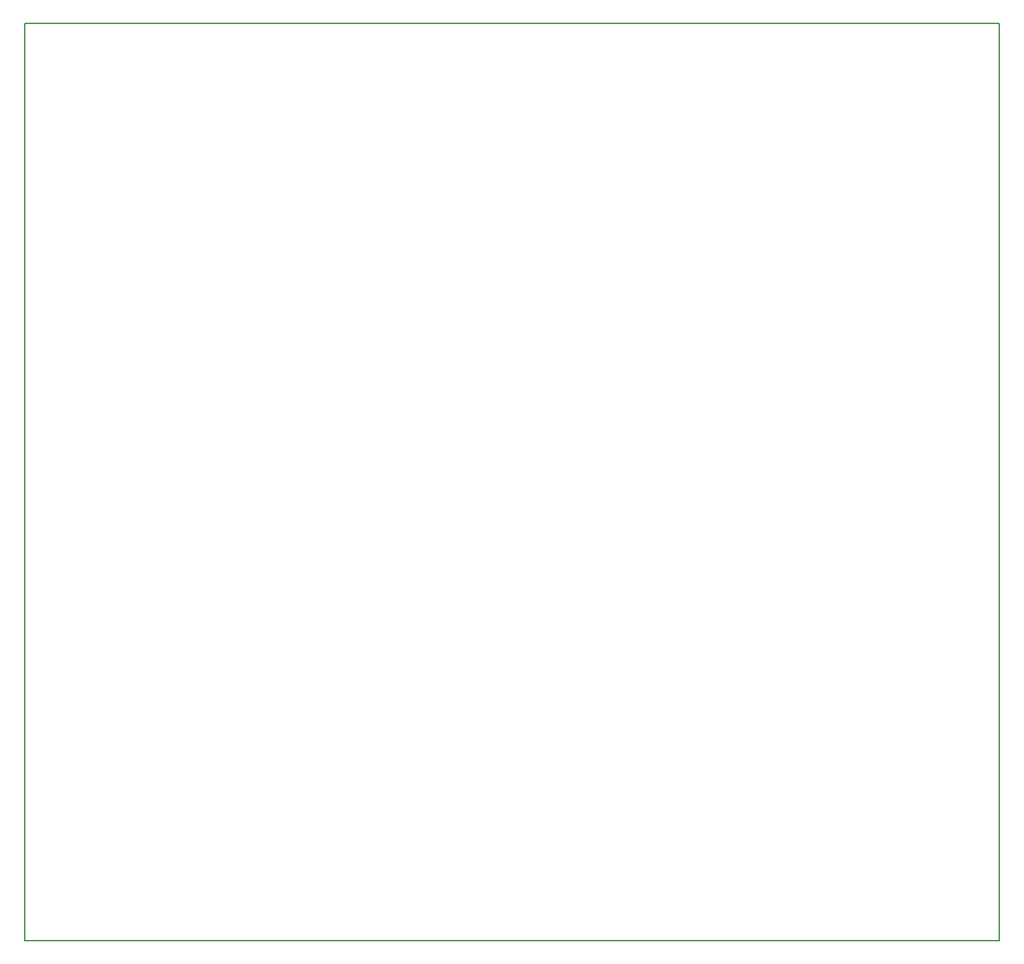
<source format=gm1>
G04 #@! TF.GenerationSoftware,KiCad,Pcbnew,(5.0.0)*
G04 #@! TF.CreationDate,2018-10-21T23:28:39-04:00*
G04 #@! TF.ProjectId,Voron_Klipper_Board,566F726F6E5F4B6C69707065725F426F,A*
G04 #@! TF.SameCoordinates,Original*
G04 #@! TF.FileFunction,Profile,NP*
%FSLAX46Y46*%
G04 Gerber Fmt 4.6, Leading zero omitted, Abs format (unit mm)*
G04 Created by KiCad (PCBNEW (5.0.0)) date 10/21/18 23:28:39*
%MOMM*%
%LPD*%
G01*
G04 APERTURE LIST*
%ADD10C,0.150000*%
G04 APERTURE END LIST*
D10*
X110000000Y-153000000D02*
X110000000Y-40000000D01*
X230000000Y-153000000D02*
X110000000Y-153000000D01*
X230000000Y-40000000D02*
X230000000Y-153000000D01*
X110000000Y-40000000D02*
X230000000Y-40000000D01*
M02*

</source>
